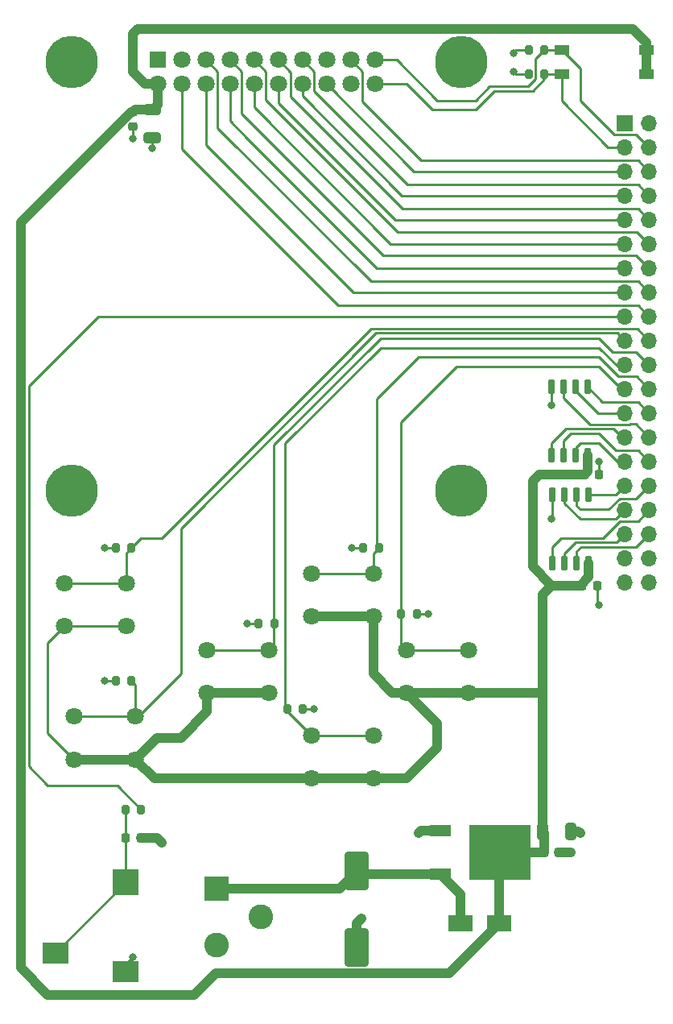
<source format=gbr>
%TF.GenerationSoftware,KiCad,Pcbnew,6.0.2+dfsg-1*%
%TF.CreationDate,2025-01-19T18:01:40+11:00*%
%TF.ProjectId,OLED_DEV_BOARD,4f4c4544-5f44-4455-965f-424f4152442e,rev?*%
%TF.SameCoordinates,Original*%
%TF.FileFunction,Copper,L1,Top*%
%TF.FilePolarity,Positive*%
%FSLAX46Y46*%
G04 Gerber Fmt 4.6, Leading zero omitted, Abs format (unit mm)*
G04 Created by KiCad (PCBNEW 6.0.2+dfsg-1) date 2025-01-19 18:01:40*
%MOMM*%
%LPD*%
G01*
G04 APERTURE LIST*
G04 Aperture macros list*
%AMRoundRect*
0 Rectangle with rounded corners*
0 $1 Rounding radius*
0 $2 $3 $4 $5 $6 $7 $8 $9 X,Y pos of 4 corners*
0 Add a 4 corners polygon primitive as box body*
4,1,4,$2,$3,$4,$5,$6,$7,$8,$9,$2,$3,0*
0 Add four circle primitives for the rounded corners*
1,1,$1+$1,$2,$3*
1,1,$1+$1,$4,$5*
1,1,$1+$1,$6,$7*
1,1,$1+$1,$8,$9*
0 Add four rect primitives between the rounded corners*
20,1,$1+$1,$2,$3,$4,$5,0*
20,1,$1+$1,$4,$5,$6,$7,0*
20,1,$1+$1,$6,$7,$8,$9,0*
20,1,$1+$1,$8,$9,$2,$3,0*%
G04 Aperture macros list end*
%TA.AperFunction,ComponentPad*%
%ADD10C,1.800000*%
%TD*%
%TA.AperFunction,SMDPad,CuDef*%
%ADD11RoundRect,0.150000X-0.150000X0.650000X-0.150000X-0.650000X0.150000X-0.650000X0.150000X0.650000X0*%
%TD*%
%TA.AperFunction,SMDPad,CuDef*%
%ADD12RoundRect,0.200000X-0.200000X-0.275000X0.200000X-0.275000X0.200000X0.275000X-0.200000X0.275000X0*%
%TD*%
%TA.AperFunction,SMDPad,CuDef*%
%ADD13R,2.500000X1.800000*%
%TD*%
%TA.AperFunction,SMDPad,CuDef*%
%ADD14R,1.500000X1.100000*%
%TD*%
%TA.AperFunction,SMDPad,CuDef*%
%ADD15R,2.800000X2.200000*%
%TD*%
%TA.AperFunction,SMDPad,CuDef*%
%ADD16R,2.800000X2.800000*%
%TD*%
%TA.AperFunction,SMDPad,CuDef*%
%ADD17RoundRect,0.225000X-0.225000X-0.250000X0.225000X-0.250000X0.225000X0.250000X-0.225000X0.250000X0*%
%TD*%
%TA.AperFunction,SMDPad,CuDef*%
%ADD18RoundRect,0.200000X0.200000X0.275000X-0.200000X0.275000X-0.200000X-0.275000X0.200000X-0.275000X0*%
%TD*%
%TA.AperFunction,ComponentPad*%
%ADD19R,2.600000X2.600000*%
%TD*%
%TA.AperFunction,ComponentPad*%
%ADD20C,2.600000*%
%TD*%
%TA.AperFunction,ComponentPad*%
%ADD21R,1.700000X1.700000*%
%TD*%
%TA.AperFunction,ComponentPad*%
%ADD22O,1.700000X1.700000*%
%TD*%
%TA.AperFunction,ComponentPad*%
%ADD23C,5.500000*%
%TD*%
%TA.AperFunction,ComponentPad*%
%ADD24R,1.800000X1.800000*%
%TD*%
%TA.AperFunction,SMDPad,CuDef*%
%ADD25RoundRect,0.250000X-0.325000X-0.650000X0.325000X-0.650000X0.325000X0.650000X-0.325000X0.650000X0*%
%TD*%
%TA.AperFunction,SMDPad,CuDef*%
%ADD26R,2.200000X1.200000*%
%TD*%
%TA.AperFunction,SMDPad,CuDef*%
%ADD27R,6.400000X5.800000*%
%TD*%
%TA.AperFunction,SMDPad,CuDef*%
%ADD28RoundRect,0.250000X-1.000000X1.750000X-1.000000X-1.750000X1.000000X-1.750000X1.000000X1.750000X0*%
%TD*%
%TA.AperFunction,SMDPad,CuDef*%
%ADD29RoundRect,0.225000X-0.250000X0.225000X-0.250000X-0.225000X0.250000X-0.225000X0.250000X0.225000X0*%
%TD*%
%TA.AperFunction,SMDPad,CuDef*%
%ADD30RoundRect,0.250000X-0.650000X0.325000X-0.650000X-0.325000X0.650000X-0.325000X0.650000X0.325000X0*%
%TD*%
%TA.AperFunction,ViaPad*%
%ADD31C,0.800000*%
%TD*%
%TA.AperFunction,Conductor*%
%ADD32C,0.250000*%
%TD*%
%TA.AperFunction,Conductor*%
%ADD33C,1.000000*%
%TD*%
G04 APERTURE END LIST*
D10*
%TO.P,SW7,1,1*%
%TO.N,/RIGHT_BUTTON*%
X156750000Y-101750000D03*
%TO.P,SW7,2,2*%
X163250000Y-101750000D03*
%TO.P,SW7,3,K*%
%TO.N,+3V3*%
X156750000Y-106250000D03*
%TO.P,SW7,4,A*%
X163250000Y-106250000D03*
%TD*%
%TO.P,SW6,1,1*%
%TO.N,/DOWN_BUTTON*%
X146750000Y-110750000D03*
%TO.P,SW6,2,2*%
X153250000Y-110750000D03*
%TO.P,SW6,3,K*%
%TO.N,+3V3*%
X146750000Y-115250000D03*
%TO.P,SW6,4,A*%
X153250000Y-115250000D03*
%TD*%
%TO.P,SW5,1,1*%
%TO.N,/UP_BUTTON*%
X146750000Y-93750000D03*
%TO.P,SW5,2,2*%
X153250000Y-93750000D03*
%TO.P,SW5,3,K*%
%TO.N,+3V3*%
X146750000Y-98250000D03*
%TO.P,SW5,4,A*%
X153250000Y-98250000D03*
%TD*%
%TO.P,SW4,1,1*%
%TO.N,/LEFT_BUTTON*%
X135750000Y-101750000D03*
%TO.P,SW4,2,2*%
X142250000Y-101750000D03*
%TO.P,SW4,3,K*%
%TO.N,+3V3*%
X135750000Y-106250000D03*
%TO.P,SW4,4,A*%
X142250000Y-106250000D03*
%TD*%
%TO.P,SW3,1,1*%
%TO.N,/B_BUTTON*%
X121750000Y-108750000D03*
%TO.P,SW3,2,2*%
X128250000Y-108750000D03*
%TO.P,SW3,3,K*%
%TO.N,+3V3*%
X121750000Y-113250000D03*
%TO.P,SW3,4,A*%
X128250000Y-113250000D03*
%TD*%
%TO.P,SW2,1,1*%
%TO.N,/A_BUTTON*%
X120750000Y-94750000D03*
%TO.P,SW2,2,2*%
X127250000Y-94750000D03*
%TO.P,SW2,3,K*%
%TO.N,+3V3*%
X120750000Y-99250000D03*
%TO.P,SW2,4,A*%
X127250000Y-99250000D03*
%TD*%
D11*
%TO.P,U2,1,~{CS}*%
%TO.N,/FLASH_CSb*%
X175905000Y-85400000D03*
%TO.P,U2,2,DO(IO1)*%
%TO.N,/FLASH_D1*%
X174635000Y-85400000D03*
%TO.P,U2,3,IO2*%
%TO.N,/FLASH_D2*%
X173365000Y-85400000D03*
%TO.P,U2,4,GND*%
%TO.N,GND*%
X172095000Y-85400000D03*
%TO.P,U2,5,DI(IO0)*%
%TO.N,/FLASH_D0*%
X172095000Y-92600000D03*
%TO.P,U2,6,CLK*%
%TO.N,/FLASH_CLK*%
X173365000Y-92600000D03*
%TO.P,U2,7,IO3*%
%TO.N,/FLASH_D3*%
X174635000Y-92600000D03*
%TO.P,U2,8,VCC*%
%TO.N,+3V3*%
X175905000Y-92600000D03*
%TD*%
D12*
%TO.P,R3,1*%
%TO.N,GND*%
X169575000Y-41250000D03*
%TO.P,R3,2*%
%TO.N,/BS2*%
X171225000Y-41250000D03*
%TD*%
D13*
%TO.P,D1,1,K*%
%TO.N,Net-(C1-Pad1)*%
X162450000Y-130490000D03*
%TO.P,D1,2,A*%
%TO.N,+3V3*%
X166450000Y-130490000D03*
%TD*%
D14*
%TO.P,SW1,1*%
%TO.N,/BS1*%
X173050000Y-38730000D03*
%TO.P,SW1,2*%
%TO.N,/BS2*%
X173050000Y-41270000D03*
%TO.P,SW1,3*%
%TO.N,+3V3*%
X181950000Y-41270000D03*
%TO.P,SW1,4*%
X181950000Y-38730000D03*
%TD*%
D15*
%TO.P,J3,R*%
%TO.N,Net-(C2-Pad1)*%
X119800000Y-133600000D03*
%TO.P,J3,S*%
%TO.N,GND*%
X127200000Y-135600000D03*
D16*
%TO.P,J3,T*%
%TO.N,Net-(C2-Pad1)*%
X127200000Y-126200000D03*
%TD*%
D12*
%TO.P,R5,1*%
%TO.N,GND*%
X126175000Y-105000000D03*
%TO.P,R5,2*%
%TO.N,/B_BUTTON*%
X127825000Y-105000000D03*
%TD*%
%TO.P,R8,1*%
%TO.N,/DOWN_BUTTON*%
X144175000Y-108000000D03*
%TO.P,R8,2*%
%TO.N,GND*%
X145825000Y-108000000D03*
%TD*%
D17*
%TO.P,C8,1*%
%TO.N,+3V3*%
X171225000Y-123000000D03*
%TO.P,C8,2*%
%TO.N,GND*%
X172775000Y-123000000D03*
%TD*%
D18*
%TO.P,R1,1*%
%TO.N,/PWM*%
X128825000Y-118500000D03*
%TO.P,R1,2*%
%TO.N,Net-(C2-Pad1)*%
X127175000Y-118500000D03*
%TD*%
D19*
%TO.P,J1,1*%
%TO.N,Net-(C1-Pad1)*%
X136750000Y-126800000D03*
D20*
%TO.P,J1,2*%
%TO.N,GND*%
X136750000Y-132800000D03*
%TO.P,J1,3*%
%TO.N,N/C*%
X141450000Y-129800000D03*
%TD*%
D17*
%TO.P,C4,1*%
%TO.N,+3V3*%
X175450000Y-83287335D03*
%TO.P,C4,2*%
%TO.N,GND*%
X177000000Y-83287335D03*
%TD*%
D12*
%TO.P,R6,1*%
%TO.N,GND*%
X141175000Y-99000000D03*
%TO.P,R6,2*%
%TO.N,/LEFT_BUTTON*%
X142825000Y-99000000D03*
%TD*%
D18*
%TO.P,R9,1*%
%TO.N,GND*%
X157825000Y-98000000D03*
%TO.P,R9,2*%
%TO.N,/RIGHT_BUTTON*%
X156175000Y-98000000D03*
%TD*%
D17*
%TO.P,C5,1*%
%TO.N,+3V3*%
X175225000Y-95000000D03*
%TO.P,C5,2*%
%TO.N,GND*%
X176775000Y-95000000D03*
%TD*%
D21*
%TO.P,J4,1,Pin_1*%
%TO.N,GND*%
X179725000Y-46375000D03*
D22*
%TO.P,J4,2,Pin_2*%
X182265000Y-46375000D03*
%TO.P,J4,3,Pin_3*%
%TO.N,/BS2*%
X179725000Y-48915000D03*
%TO.P,J4,4,Pin_4*%
%TO.N,/BS1*%
X182265000Y-48915000D03*
%TO.P,J4,5,Pin_5*%
%TO.N,/RES#*%
X179725000Y-51455000D03*
%TO.P,J4,6,Pin_6*%
%TO.N,/CS#*%
X182265000Y-51455000D03*
%TO.P,J4,7,Pin_7*%
%TO.N,/DB7*%
X179725000Y-53995000D03*
%TO.P,J4,8,Pin_8*%
%TO.N,/DB6*%
X182265000Y-53995000D03*
%TO.P,J4,9,Pin_9*%
%TO.N,/DB5*%
X179725000Y-56535000D03*
%TO.P,J4,10,Pin_10*%
%TO.N,/DB4*%
X182265000Y-56535000D03*
%TO.P,J4,11,Pin_11*%
%TO.N,/DB3*%
X179725000Y-59075000D03*
%TO.P,J4,12,Pin_12*%
%TO.N,/DB2*%
X182265000Y-59075000D03*
%TO.P,J4,13,Pin_13*%
%TO.N,/DB1*%
X179725000Y-61615000D03*
%TO.P,J4,14,Pin_14*%
%TO.N,/DB0*%
X182265000Y-61615000D03*
%TO.P,J4,15,Pin_15*%
%TO.N,/E*%
X179725000Y-64155000D03*
%TO.P,J4,16,Pin_16*%
%TO.N,/R{slash}W#*%
X182265000Y-64155000D03*
%TO.P,J4,17,Pin_17*%
%TO.N,/PWM*%
X179725000Y-66695000D03*
%TO.P,J4,18,Pin_18*%
%TO.N,/D{slash}C#*%
X182265000Y-66695000D03*
%TO.P,J4,19,Pin_19*%
%TO.N,/B_BUTTON*%
X179725000Y-69235000D03*
%TO.P,J4,20,Pin_20*%
%TO.N,/A_BUTTON*%
X182265000Y-69235000D03*
%TO.P,J4,21,Pin_21*%
%TO.N,/DOWN_BUTTON*%
X179725000Y-71775000D03*
%TO.P,J4,22,Pin_22*%
%TO.N,/LEFT_BUTTON*%
X182265000Y-71775000D03*
%TO.P,J4,23,Pin_23*%
%TO.N,/RIGHT_BUTTON*%
X179725000Y-74315000D03*
%TO.P,J4,24,Pin_24*%
%TO.N,/UP_BUTTON*%
X182265000Y-74315000D03*
%TO.P,J4,25,Pin_25*%
%TO.N,/PSRAM_D1*%
X179725000Y-76855000D03*
%TO.P,J4,26,Pin_26*%
%TO.N,/PSRAM_CSb*%
X182265000Y-76855000D03*
%TO.P,J4,27,Pin_27*%
%TO.N,/PSRAM_D0*%
X179725000Y-79395000D03*
%TO.P,J4,28,Pin_28*%
%TO.N,/PSRAM_D2*%
X182265000Y-79395000D03*
%TO.P,J4,29,Pin_29*%
%TO.N,/PSRAM_D3*%
X179725000Y-81935000D03*
%TO.P,J4,30,Pin_30*%
%TO.N,/PSRAM_CLK*%
X182265000Y-81935000D03*
%TO.P,J4,31,Pin_31*%
%TO.N,/FLASH_CSb*%
X179725000Y-84475000D03*
%TO.P,J4,32,Pin_32*%
%TO.N,/FLASH_D1*%
X182265000Y-84475000D03*
%TO.P,J4,33,Pin_33*%
%TO.N,/FLASH_D2*%
X179725000Y-87015000D03*
%TO.P,J4,34,Pin_34*%
%TO.N,/FLASH_D0*%
X182265000Y-87015000D03*
%TO.P,J4,35,Pin_35*%
%TO.N,/FLASH_CLK*%
X179725000Y-89555000D03*
%TO.P,J4,36,Pin_36*%
%TO.N,/FLASH_D3*%
X182265000Y-89555000D03*
%TO.P,J4,37,Pin_37*%
%TO.N,GND*%
X179725000Y-92095000D03*
%TO.P,J4,38,Pin_38*%
X182265000Y-92095000D03*
%TO.P,J4,39,Pin_39*%
X179725000Y-94635000D03*
%TO.P,J4,40,Pin_40*%
X182265000Y-94635000D03*
%TD*%
D23*
%TO.P,J2,0*%
%TO.N,N/C*%
X121500000Y-39980000D03*
X162500000Y-39980000D03*
X121500000Y-85000000D03*
X162500000Y-85000000D03*
D24*
%TO.P,J2,1,Pin_1*%
%TO.N,GND*%
X130570000Y-39730000D03*
D10*
%TO.P,J2,2,Pin_2*%
%TO.N,+3V3*%
X130570000Y-42270000D03*
%TO.P,J2,3,Pin_3*%
%TO.N,unconnected-(J2-Pad3)*%
X133110000Y-39730000D03*
%TO.P,J2,4,Pin_4*%
%TO.N,/D{slash}C#*%
X133110000Y-42270000D03*
%TO.P,J2,5,Pin_5*%
%TO.N,/R{slash}W#*%
X135650000Y-39730000D03*
%TO.P,J2,6,Pin_6*%
%TO.N,/E*%
X135650000Y-42270000D03*
%TO.P,J2,7,Pin_7*%
%TO.N,/DB0*%
X138190000Y-39730000D03*
%TO.P,J2,8,Pin_8*%
%TO.N,/DB1*%
X138190000Y-42270000D03*
%TO.P,J2,9,Pin_9*%
%TO.N,/DB2*%
X140730000Y-39730000D03*
%TO.P,J2,10,Pin_10*%
%TO.N,/DB3*%
X140730000Y-42270000D03*
%TO.P,J2,11,Pin_11*%
%TO.N,/DB4*%
X143270000Y-39730000D03*
%TO.P,J2,12,Pin_12*%
%TO.N,/DB5*%
X143270000Y-42270000D03*
%TO.P,J2,13,Pin_13*%
%TO.N,/DB6*%
X145810000Y-39730000D03*
%TO.P,J2,14,Pin_14*%
%TO.N,/DB7*%
X145810000Y-42270000D03*
%TO.P,J2,15,Pin_15*%
%TO.N,GND*%
X148350000Y-39730000D03*
%TO.P,J2,16,Pin_16*%
%TO.N,/RES#*%
X148350000Y-42270000D03*
%TO.P,J2,17,Pin_17*%
%TO.N,/CS#*%
X150890000Y-39730000D03*
%TO.P,J2,18,Pin_18*%
%TO.N,GND*%
X150890000Y-42270000D03*
%TO.P,J2,19,Pin_19*%
%TO.N,/BS1*%
X153430000Y-39730000D03*
%TO.P,J2,20,Pin_20*%
%TO.N,/BS2*%
X153430000Y-42270000D03*
%TD*%
D12*
%TO.P,R2,1*%
%TO.N,GND*%
X169575000Y-38700000D03*
%TO.P,R2,2*%
%TO.N,/BS1*%
X171225000Y-38700000D03*
%TD*%
D25*
%TO.P,C7,1*%
%TO.N,+3V3*%
X171050000Y-120790000D03*
%TO.P,C7,2*%
%TO.N,GND*%
X174000000Y-120790000D03*
%TD*%
D12*
%TO.P,R4,1*%
%TO.N,GND*%
X126175000Y-91000000D03*
%TO.P,R4,2*%
%TO.N,/A_BUTTON*%
X127825000Y-91000000D03*
%TD*%
D26*
%TO.P,U3,1,GND*%
%TO.N,GND*%
X160300000Y-120720000D03*
D27*
%TO.P,U3,2,VO*%
%TO.N,+3V3*%
X166600000Y-123000000D03*
D26*
%TO.P,U3,3,VI*%
%TO.N,Net-(C1-Pad1)*%
X160300000Y-125280000D03*
%TD*%
D11*
%TO.P,U1,1,CE#*%
%TO.N,/PSRAM_CSb*%
X175785000Y-74120000D03*
%TO.P,U1,2,SO/SIO1*%
%TO.N,/PSRAM_D1*%
X174515000Y-74120000D03*
%TO.P,U1,3,SIO2*%
%TO.N,/PSRAM_D2*%
X173245000Y-74120000D03*
%TO.P,U1,4,VSS*%
%TO.N,GND*%
X171975000Y-74120000D03*
%TO.P,U1,5,SI/SIO0*%
%TO.N,/PSRAM_D0*%
X171975000Y-81320000D03*
%TO.P,U1,6,CLK*%
%TO.N,/PSRAM_CLK*%
X173245000Y-81320000D03*
%TO.P,U1,7,SIO3*%
%TO.N,/PSRAM_D3*%
X174515000Y-81320000D03*
%TO.P,U1,8,VDD*%
%TO.N,+3V3*%
X175785000Y-81320000D03*
%TD*%
D28*
%TO.P,C1,1*%
%TO.N,Net-(C1-Pad1)*%
X151500000Y-125000000D03*
%TO.P,C1,2*%
%TO.N,GND*%
X151500000Y-133000000D03*
%TD*%
D12*
%TO.P,R7,1*%
%TO.N,GND*%
X152175000Y-91000000D03*
%TO.P,R7,2*%
%TO.N,/UP_BUTTON*%
X153825000Y-91000000D03*
%TD*%
D29*
%TO.P,C6,1*%
%TO.N,+3V3*%
X128000000Y-45225000D03*
%TO.P,C6,2*%
%TO.N,GND*%
X128000000Y-46775000D03*
%TD*%
D17*
%TO.P,C2,1*%
%TO.N,Net-(C2-Pad1)*%
X127225000Y-121500000D03*
%TO.P,C2,2*%
%TO.N,GND*%
X128775000Y-121500000D03*
%TD*%
D30*
%TO.P,C3,1*%
%TO.N,+3V3*%
X130000000Y-45000000D03*
%TO.P,C3,2*%
%TO.N,GND*%
X130000000Y-47950000D03*
%TD*%
D31*
%TO.N,GND*%
X177000000Y-97000000D03*
X172000000Y-76000000D03*
X177000000Y-82000000D03*
X172000000Y-88000000D03*
X125000000Y-91000000D03*
X125000000Y-105000000D03*
X147000000Y-108000000D03*
X140000000Y-99000000D03*
X151000000Y-91000000D03*
X159000000Y-98000000D03*
X128000000Y-134000000D03*
X130000000Y-49000000D03*
X128000000Y-48000000D03*
X168000000Y-41000000D03*
X168000000Y-39000000D03*
X175000000Y-121000000D03*
X174000000Y-123000000D03*
X158000000Y-121000000D03*
X152000000Y-130000000D03*
X131000000Y-122000000D03*
%TD*%
D32*
%TO.N,/FLASH_D1*%
X176235000Y-87000000D02*
X175000000Y-87000000D01*
%TO.N,/UP_BUTTON*%
X153825000Y-91000000D02*
X153250000Y-91575000D01*
X153250000Y-91575000D02*
X153250000Y-93750000D01*
X153620000Y-75380000D02*
X153620000Y-90795000D01*
X153620000Y-90795000D02*
X153825000Y-91000000D01*
X153250000Y-93750000D02*
X146750000Y-93750000D01*
%TO.N,GND*%
X176775000Y-96775000D02*
X177000000Y-97000000D01*
X176775000Y-95000000D02*
X176775000Y-96775000D01*
X171975000Y-75975000D02*
X172000000Y-76000000D01*
X171975000Y-74120000D02*
X171975000Y-75975000D01*
X177000000Y-83287335D02*
X177000000Y-82000000D01*
X172095000Y-87905000D02*
X172000000Y-88000000D01*
X172095000Y-85400000D02*
X172095000Y-87905000D01*
%TO.N,/A_BUTTON*%
X127250000Y-94750000D02*
X120750000Y-94750000D01*
%TO.N,/B_BUTTON*%
X128250000Y-108750000D02*
X121750000Y-108750000D01*
%TO.N,/LEFT_BUTTON*%
X142250000Y-101750000D02*
X135750000Y-101750000D01*
%TO.N,/DOWN_BUTTON*%
X153250000Y-110750000D02*
X146750000Y-110750000D01*
%TO.N,/RIGHT_BUTTON*%
X156750000Y-101750000D02*
X163250000Y-101750000D01*
%TO.N,GND*%
X126175000Y-91000000D02*
X125000000Y-91000000D01*
X126175000Y-105000000D02*
X125000000Y-105000000D01*
X145825000Y-108000000D02*
X147000000Y-108000000D01*
X141175000Y-99000000D02*
X140000000Y-99000000D01*
X152175000Y-91000000D02*
X151000000Y-91000000D01*
X157825000Y-98000000D02*
X159000000Y-98000000D01*
%TO.N,/B_BUTTON*%
X127825000Y-105000000D02*
X128250000Y-105425000D01*
X128250000Y-105425000D02*
X128250000Y-108750000D01*
%TO.N,/A_BUTTON*%
X127825000Y-91000000D02*
X127250000Y-91575000D01*
X127250000Y-91575000D02*
X127250000Y-94750000D01*
X131000000Y-90000000D02*
X153000000Y-68000000D01*
X131000000Y-90000000D02*
X128825000Y-90000000D01*
X128825000Y-90000000D02*
X127825000Y-91000000D01*
%TO.N,/DOWN_BUTTON*%
X146750000Y-110750000D02*
X146000000Y-110000000D01*
X146000000Y-110000000D02*
X144175000Y-108175000D01*
X144175000Y-108175000D02*
X144175000Y-108000000D01*
%TO.N,+3V3*%
X120750000Y-99250000D02*
X119000000Y-101000000D01*
X119000000Y-101000000D02*
X119000000Y-110500000D01*
X119000000Y-110500000D02*
X121750000Y-113250000D01*
X127250000Y-99250000D02*
X120750000Y-99250000D01*
D33*
X135750000Y-106250000D02*
X142250000Y-106250000D01*
X130500000Y-111000000D02*
X133000000Y-111000000D01*
X128250000Y-113250000D02*
X130500000Y-111000000D01*
X133000000Y-111000000D02*
X135750000Y-108250000D01*
X135750000Y-108250000D02*
X135750000Y-106250000D01*
X128250000Y-113250000D02*
X121750000Y-113250000D01*
X146750000Y-115250000D02*
X130250000Y-115250000D01*
X130250000Y-115250000D02*
X128250000Y-113250000D01*
X153250000Y-98250000D02*
X146750000Y-98250000D01*
X156750000Y-106250000D02*
X155250000Y-106250000D01*
X155250000Y-106250000D02*
X153250000Y-104250000D01*
X153250000Y-104250000D02*
X153250000Y-98250000D01*
X153250000Y-115250000D02*
X146750000Y-115250000D01*
X160000000Y-109500000D02*
X160000000Y-112000000D01*
X156750000Y-106250000D02*
X160000000Y-109500000D01*
X160000000Y-112000000D02*
X156750000Y-115250000D01*
X156750000Y-115250000D02*
X153250000Y-115250000D01*
X163250000Y-106250000D02*
X156750000Y-106250000D01*
X171050000Y-106050000D02*
X171050000Y-95950000D01*
X171050000Y-120790000D02*
X171050000Y-106050000D01*
X171050000Y-106050000D02*
X170850000Y-106250000D01*
X170850000Y-106250000D02*
X163250000Y-106250000D01*
D32*
%TO.N,Net-(C2-Pad1)*%
X127200000Y-126200000D02*
X127200000Y-121525000D01*
X127200000Y-121525000D02*
X127225000Y-121500000D01*
X119800000Y-133600000D02*
X127200000Y-126200000D01*
%TO.N,GND*%
X127200000Y-134800000D02*
X128000000Y-134000000D01*
X127200000Y-135600000D02*
X127200000Y-134800000D01*
D33*
%TO.N,+3V3*%
X128000000Y-45225000D02*
X127767532Y-45225000D01*
X136699520Y-135699520D02*
X161240480Y-135699520D01*
X127767532Y-45225000D02*
X116175480Y-56817052D01*
X116175480Y-56817052D02*
X116175480Y-135175480D01*
X116175480Y-135175480D02*
X119000000Y-138000000D01*
X119000000Y-138000000D02*
X134399040Y-138000000D01*
X134399040Y-138000000D02*
X136699520Y-135699520D01*
X161240480Y-135699520D02*
X166450000Y-130490000D01*
D32*
%TO.N,GND*%
X130000000Y-47950000D02*
X130000000Y-49000000D01*
X128000000Y-46775000D02*
X128000000Y-48000000D01*
X168250000Y-41250000D02*
X168000000Y-41000000D01*
X169575000Y-41250000D02*
X168250000Y-41250000D01*
X168300000Y-38700000D02*
X168000000Y-39000000D01*
X169575000Y-38700000D02*
X168300000Y-38700000D01*
D33*
X174790000Y-120790000D02*
X175000000Y-121000000D01*
X174000000Y-120790000D02*
X174790000Y-120790000D01*
X172775000Y-123000000D02*
X174000000Y-123000000D01*
X158280000Y-120720000D02*
X158000000Y-121000000D01*
X160300000Y-120720000D02*
X158280000Y-120720000D01*
X151500000Y-130500000D02*
X152000000Y-130000000D01*
X151500000Y-133000000D02*
X151500000Y-130500000D01*
X130500000Y-121500000D02*
X131000000Y-122000000D01*
X128775000Y-121500000D02*
X130500000Y-121500000D01*
D32*
%TO.N,Net-(C2-Pad1)*%
X127225000Y-121500000D02*
X127225000Y-118550000D01*
X127225000Y-118550000D02*
X127175000Y-118500000D01*
X127000000Y-121725000D02*
X127225000Y-121500000D01*
D33*
%TO.N,+3V3*%
X171050000Y-95950000D02*
X172000000Y-95000000D01*
X170000000Y-84000000D02*
X170000000Y-93000000D01*
X175450000Y-83287335D02*
X170712665Y-83287335D01*
X172000000Y-95000000D02*
X175000000Y-95000000D01*
X170712665Y-83287335D02*
X170000000Y-84000000D01*
X175905000Y-94087532D02*
X175905000Y-92600000D01*
X170000000Y-93000000D02*
X172000000Y-95000000D01*
X175000000Y-95000000D02*
X175000000Y-94992532D01*
X175000000Y-94992532D02*
X175905000Y-94087532D01*
X175785000Y-81320000D02*
X175785000Y-82952335D01*
X175785000Y-82952335D02*
X175450000Y-83287335D01*
%TO.N,Net-(C1-Pad1)*%
X160300000Y-125280000D02*
X151780000Y-125280000D01*
X162450000Y-130490000D02*
X162450000Y-127430000D01*
X162450000Y-127430000D02*
X160300000Y-125280000D01*
X149700000Y-126800000D02*
X151500000Y-125000000D01*
X151780000Y-125280000D02*
X151500000Y-125000000D01*
X136750000Y-126800000D02*
X149700000Y-126800000D01*
%TO.N,+3V3*%
X128000000Y-37000000D02*
X128000000Y-41000000D01*
X181950000Y-38730000D02*
X181950000Y-37950000D01*
X128469511Y-36530489D02*
X128000000Y-37000000D01*
X166690000Y-123000000D02*
X171000000Y-123000000D01*
X129270000Y-42270000D02*
X130570000Y-42270000D01*
X166450000Y-123150000D02*
X166600000Y-123000000D01*
X128225000Y-45000000D02*
X128000000Y-45225000D01*
X171225000Y-123000000D02*
X171225000Y-120965000D01*
X166450000Y-130490000D02*
X166450000Y-123150000D01*
X180530489Y-36530489D02*
X128469511Y-36530489D01*
X130570000Y-44430000D02*
X130000000Y-45000000D01*
X171225000Y-120965000D02*
X171050000Y-120790000D01*
X181950000Y-41270000D02*
X181950000Y-38730000D01*
X130000000Y-45000000D02*
X128225000Y-45000000D01*
X166600000Y-123000000D02*
X169370000Y-123000000D01*
X130570000Y-42270000D02*
X130570000Y-44430000D01*
X128000000Y-41000000D02*
X129270000Y-42270000D01*
X181950000Y-37950000D02*
X180530489Y-36530489D01*
D32*
%TO.N,/D{slash}C#*%
X181090489Y-65520489D02*
X149520489Y-65520489D01*
X182265000Y-66695000D02*
X181090489Y-65520489D01*
X133110000Y-49110000D02*
X133110000Y-42270000D01*
X149520489Y-65520489D02*
X133110000Y-49110000D01*
%TO.N,/R{slash}W#*%
X181090489Y-62980489D02*
X152980489Y-62980489D01*
X136874511Y-40954511D02*
X135650000Y-39730000D01*
X152980489Y-62980489D02*
X136874511Y-46874511D01*
X136874511Y-46874511D02*
X136874511Y-40954511D01*
X182265000Y-64155000D02*
X181090489Y-62980489D01*
%TO.N,/E*%
X135650000Y-48650000D02*
X135650000Y-42270000D01*
X151155000Y-64155000D02*
X135650000Y-48650000D01*
X179725000Y-64155000D02*
X151155000Y-64155000D01*
%TO.N,/DB0*%
X154249511Y-60249511D02*
X139414511Y-45414511D01*
X139414511Y-45414511D02*
X139414511Y-40954511D01*
X139414511Y-40954511D02*
X138190000Y-39730000D01*
X182265000Y-61615000D02*
X180899511Y-60249511D01*
X180899511Y-60249511D02*
X154249511Y-60249511D01*
%TO.N,/DB1*%
X138190000Y-46190000D02*
X140000000Y-48000000D01*
X138190000Y-44810000D02*
X138190000Y-42270000D01*
X179725000Y-61615000D02*
X153615000Y-61615000D01*
X138190000Y-45810000D02*
X138190000Y-44810000D01*
X138190000Y-44810000D02*
X138190000Y-46190000D01*
X153615000Y-61615000D02*
X140000000Y-48000000D01*
X138190000Y-42270000D02*
X138190000Y-46190000D01*
%TO.N,/DB2*%
X155810000Y-57810000D02*
X141954511Y-43954511D01*
X141954511Y-43954511D02*
X141954511Y-40954511D01*
X181000000Y-57810000D02*
X155810000Y-57810000D01*
X182265000Y-59075000D02*
X181000000Y-57810000D01*
X141954511Y-40954511D02*
X140730000Y-39730000D01*
%TO.N,/DB3*%
X140730000Y-44730000D02*
X140730000Y-42270000D01*
X179725000Y-59075000D02*
X155075000Y-59075000D01*
X155075000Y-59075000D02*
X140730000Y-44730000D01*
%TO.N,/DB4*%
X144585489Y-43585489D02*
X156360489Y-55360489D01*
X181090489Y-55360489D02*
X182265000Y-56535000D01*
X156360489Y-55360489D02*
X181090489Y-55360489D01*
X143270000Y-39730000D02*
X144585489Y-41045489D01*
X144585489Y-41045489D02*
X144585489Y-43585489D01*
%TO.N,/DB5*%
X143270000Y-42270000D02*
X143270000Y-44270000D01*
X143270000Y-44270000D02*
X155535000Y-56535000D01*
X155535000Y-56535000D02*
X179725000Y-56535000D01*
%TO.N,/DB6*%
X147034511Y-40954511D02*
X145810000Y-39730000D01*
X147034511Y-43034511D02*
X147034511Y-40954511D01*
X181090489Y-52820489D02*
X156820489Y-52820489D01*
X156820489Y-52820489D02*
X147034511Y-43034511D01*
X182265000Y-53995000D02*
X181090489Y-52820489D01*
%TO.N,/DB7*%
X145810000Y-43542792D02*
X145810000Y-42270000D01*
X156262208Y-53995000D02*
X145810000Y-43542792D01*
X179725000Y-53995000D02*
X156262208Y-53995000D01*
%TO.N,/RES#*%
X179725000Y-51455000D02*
X157535000Y-51455000D01*
X157535000Y-51455000D02*
X148350000Y-42270000D01*
%TO.N,/CS#*%
X152114511Y-44114511D02*
X152114511Y-40954511D01*
X152114511Y-40954511D02*
X150890000Y-39730000D01*
X181090489Y-50280489D02*
X158280489Y-50280489D01*
X182265000Y-51455000D02*
X181090489Y-50280489D01*
X158280489Y-50280489D02*
X152114511Y-44114511D01*
%TO.N,/PWM*%
X124305000Y-66695000D02*
X117000000Y-74000000D01*
X117000000Y-74000000D02*
X117000000Y-114000000D01*
X126325000Y-116000000D02*
X128825000Y-118500000D01*
X119000000Y-116000000D02*
X126325000Y-116000000D01*
X179725000Y-66695000D02*
X124305000Y-66695000D01*
X117000000Y-114000000D02*
X119000000Y-116000000D01*
%TO.N,/PSRAM_CSb*%
X181090489Y-75680489D02*
X177345489Y-75680489D01*
X177345489Y-75680489D02*
X175785000Y-74120000D01*
X182265000Y-76855000D02*
X181090489Y-75680489D01*
%TO.N,/PSRAM_CLK*%
X177000000Y-79000000D02*
X174000000Y-79000000D01*
X174000000Y-79000000D02*
X173245000Y-79755000D01*
X178760489Y-80760489D02*
X177000000Y-79000000D01*
X173245000Y-79755000D02*
X173245000Y-81320000D01*
X181090489Y-80760489D02*
X178760489Y-80760489D01*
X182265000Y-81935000D02*
X181090489Y-80760489D01*
%TO.N,/PSRAM_D0*%
X173520969Y-78479031D02*
X171975000Y-80025000D01*
X179725000Y-79395000D02*
X179395000Y-79395000D01*
X171975000Y-80025000D02*
X171975000Y-81320000D01*
X179395000Y-79395000D02*
X178479031Y-78479031D01*
X178479031Y-78479031D02*
X173520969Y-78479031D01*
%TO.N,/PSRAM_D1*%
X174515000Y-74120000D02*
X174515000Y-74515000D01*
X176855000Y-76855000D02*
X179725000Y-76855000D01*
X174515000Y-74515000D02*
X176855000Y-76855000D01*
%TO.N,/PSRAM_D2*%
X180241010Y-78000000D02*
X180211499Y-78029511D01*
X180211499Y-78029511D02*
X176029511Y-78029511D01*
X182265000Y-79395000D02*
X180870000Y-78000000D01*
X173245000Y-75245000D02*
X173245000Y-74120000D01*
X180870000Y-78000000D02*
X180241010Y-78000000D01*
X176029511Y-78029511D02*
X173245000Y-75245000D01*
%TO.N,/PSRAM_D3*%
X175000000Y-80000000D02*
X177000000Y-80000000D01*
X179725000Y-81935000D02*
X178935000Y-81935000D01*
X174515000Y-81320000D02*
X174515000Y-80485000D01*
X174515000Y-80485000D02*
X175000000Y-80000000D01*
X178935000Y-81935000D02*
X177000000Y-80000000D01*
%TO.N,/A_BUTTON*%
X181030000Y-68000000D02*
X182265000Y-69235000D01*
X153000000Y-68000000D02*
X181030000Y-68000000D01*
%TO.N,/B_BUTTON*%
X179725000Y-69235000D02*
X178939520Y-68449520D01*
X178939520Y-68449520D02*
X153550480Y-68449520D01*
X133000000Y-89000000D02*
X133000000Y-104270000D01*
X133000000Y-104270000D02*
X128310000Y-108960000D01*
X153550480Y-68449520D02*
X133000000Y-89000000D01*
%TO.N,/LEFT_BUTTON*%
X142810000Y-80190000D02*
X154000000Y-69000000D01*
X154000000Y-69000000D02*
X177000000Y-69000000D01*
X180899511Y-70409511D02*
X178409511Y-70409511D01*
X177000000Y-69000000D02*
X178409511Y-70409511D01*
X142810000Y-101120000D02*
X142810000Y-80190000D01*
X182265000Y-71775000D02*
X180899511Y-70409511D01*
%TO.N,/DOWN_BUTTON*%
X177000000Y-70000000D02*
X179000000Y-72000000D01*
X144000000Y-80000000D02*
X154000000Y-70000000D01*
X144000000Y-108000000D02*
X144000000Y-80000000D01*
X146000000Y-110000000D02*
X144000000Y-108000000D01*
X154000000Y-70000000D02*
X177000000Y-70000000D01*
%TO.N,/UP_BUTTON*%
X158000000Y-71000000D02*
X153620000Y-75380000D01*
X175000000Y-71000000D02*
X158000000Y-71000000D01*
X179000000Y-73000000D02*
X177000000Y-71000000D01*
X182265000Y-74315000D02*
X180950000Y-73000000D01*
X177000000Y-71000000D02*
X175000000Y-71000000D01*
X180950000Y-73000000D02*
X179000000Y-73000000D01*
%TO.N,/RIGHT_BUTTON*%
X179725000Y-74315000D02*
X179315000Y-74315000D01*
X162000000Y-72000000D02*
X156190000Y-77810000D01*
X156190000Y-77810000D02*
X156190000Y-101460000D01*
X179315000Y-74315000D02*
X177000000Y-72000000D01*
X177000000Y-72000000D02*
X162000000Y-72000000D01*
%TO.N,/FLASH_CSb*%
X178800000Y-85400000D02*
X175905000Y-85400000D01*
X179725000Y-84475000D02*
X178800000Y-85400000D01*
%TO.N,/FLASH_CLK*%
X173365000Y-91635000D02*
X173365000Y-92600000D01*
X174550480Y-90449520D02*
X173365000Y-91635000D01*
X178830480Y-90449520D02*
X174550480Y-90449520D01*
X179725000Y-89555000D02*
X178830480Y-90449520D01*
%TO.N,/FLASH_D0*%
X179189511Y-88189511D02*
X177379022Y-90000000D01*
X172095000Y-90905000D02*
X172095000Y-92600000D01*
X177379022Y-90000000D02*
X173000000Y-90000000D01*
X181090489Y-88189511D02*
X179189511Y-88189511D01*
X173000000Y-90000000D02*
X172095000Y-90905000D01*
X182265000Y-87015000D02*
X181090489Y-88189511D01*
%TO.N,/FLASH_D1*%
X174635000Y-86635000D02*
X175000000Y-87000000D01*
X182265000Y-84475000D02*
X180899511Y-85840489D01*
X179159511Y-85840489D02*
X178000000Y-87000000D01*
X174635000Y-85400000D02*
X174635000Y-86635000D01*
X180899511Y-85840489D02*
X179159511Y-85840489D01*
X178000000Y-87000000D02*
X177000000Y-87000000D01*
X177000000Y-87000000D02*
X176235000Y-87000000D01*
%TO.N,/FLASH_D2*%
X178740000Y-88000000D02*
X175000000Y-88000000D01*
X173365000Y-86365000D02*
X173365000Y-85400000D01*
X179725000Y-87015000D02*
X178740000Y-88000000D01*
X175000000Y-88000000D02*
X173365000Y-86365000D01*
%TO.N,/FLASH_D3*%
X174635000Y-91365000D02*
X174635000Y-92600000D01*
X180899511Y-90920489D02*
X175079511Y-90920489D01*
X182265000Y-89555000D02*
X180899511Y-90920489D01*
X175079511Y-90920489D02*
X174635000Y-91365000D01*
%TO.N,/BS1*%
X180899511Y-47549511D02*
X178549511Y-47549511D01*
X155730000Y-39730000D02*
X153430000Y-39730000D01*
X171225000Y-38700000D02*
X170299520Y-39625480D01*
X173050000Y-38730000D02*
X171255000Y-38730000D01*
X175000000Y-40680000D02*
X173050000Y-38730000D01*
X171225000Y-38700000D02*
X171225000Y-38775000D01*
X165550480Y-42550480D02*
X165500000Y-42500000D01*
X169491303Y-42550480D02*
X165550480Y-42550480D01*
X170299520Y-41742263D02*
X169491303Y-42550480D01*
X178549511Y-47549511D02*
X175000000Y-44000000D01*
X170299520Y-39625480D02*
X170299520Y-41742263D01*
X164000000Y-44000000D02*
X160000000Y-44000000D01*
X182265000Y-48915000D02*
X180899511Y-47549511D01*
X171255000Y-38730000D02*
X171225000Y-38700000D01*
X160000000Y-44000000D02*
X155730000Y-39730000D01*
X175000000Y-44000000D02*
X175000000Y-40680000D01*
X165500000Y-42500000D02*
X164000000Y-44000000D01*
%TO.N,/BS2*%
X171245000Y-41270000D02*
X171225000Y-41250000D01*
X156730000Y-42270000D02*
X153430000Y-42270000D01*
X159460000Y-45000000D02*
X156730000Y-42270000D01*
X173050000Y-41270000D02*
X171245000Y-41270000D01*
X170000000Y-43000000D02*
X166000000Y-43000000D01*
X177915000Y-48915000D02*
X173050000Y-44050000D01*
X171225000Y-41775000D02*
X170000000Y-43000000D01*
X164000000Y-45000000D02*
X159460000Y-45000000D01*
X173050000Y-44050000D02*
X173050000Y-41270000D01*
X179725000Y-48915000D02*
X177915000Y-48915000D01*
X166000000Y-43000000D02*
X164000000Y-45000000D01*
X171225000Y-41250000D02*
X171225000Y-41775000D01*
%TD*%
M02*

</source>
